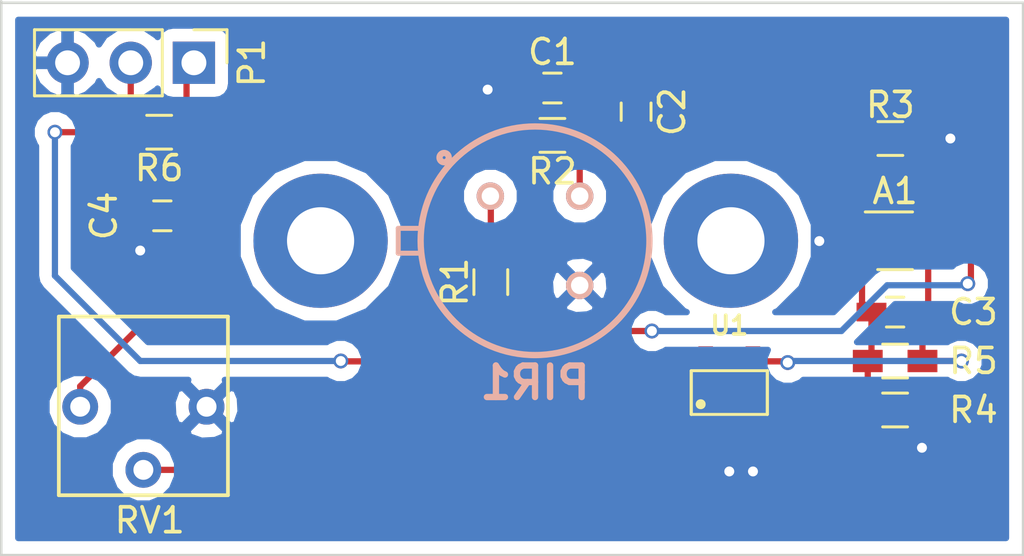
<source format=kicad_pcb>
(kicad_pcb (version 20170123) (host pcbnew "(2017-06-12 revision 19d5cc754)-master")

  (general
    (links 31)
    (no_connects 0)
    (area 136.5395 90.310499 178.294501 112.699001)
    (thickness 1.6)
    (drawings 4)
    (tracks 91)
    (zones 0)
    (modules 17)
    (nets 10)
  )

  (page A4)
  (layers
    (0 F.Cu signal)
    (31 B.Cu signal)
    (32 B.Adhes user hide)
    (33 F.Adhes user hide)
    (34 B.Paste user)
    (35 F.Paste user)
    (36 B.SilkS user)
    (37 F.SilkS user)
    (38 B.Mask user hide)
    (39 F.Mask user hide)
    (40 Dwgs.User user hide)
    (41 Cmts.User user hide)
    (42 Eco1.User user hide)
    (43 Eco2.User user hide)
    (44 Edge.Cuts user)
    (45 Margin user)
    (46 B.CrtYd user hide)
    (47 F.CrtYd user hide)
    (48 B.Fab user hide)
    (49 F.Fab user hide)
  )

  (setup
    (last_trace_width 0.25)
    (trace_clearance 0.2)
    (zone_clearance 0.508)
    (zone_45_only no)
    (trace_min 0.2)
    (segment_width 0.2)
    (edge_width 0.1)
    (via_size 0.6)
    (via_drill 0.4)
    (via_min_size 0.4)
    (via_min_drill 0.3)
    (uvia_size 0.3)
    (uvia_drill 0.1)
    (uvias_allowed no)
    (uvia_min_size 0.2)
    (uvia_min_drill 0.1)
    (pcb_text_width 0.3)
    (pcb_text_size 1.5 1.5)
    (mod_edge_width 0.15)
    (mod_text_size 1 1)
    (mod_text_width 0.15)
    (pad_size 1.5 1.5)
    (pad_drill 0.6)
    (pad_to_mask_clearance 0)
    (aux_axis_origin 0 0)
    (visible_elements 7FFFFFFF)
    (pcbplotparams
      (layerselection 0x010fc_ffffffff)
      (usegerberextensions false)
      (excludeedgelayer true)
      (linewidth 0.100000)
      (plotframeref false)
      (viasonmask false)
      (mode 1)
      (useauxorigin false)
      (hpglpennumber 1)
      (hpglpenspeed 20)
      (hpglpendiameter 15)
      (psnegative false)
      (psa4output false)
      (plotreference true)
      (plotvalue true)
      (plotinvisibletext false)
      (padsonsilk false)
      (subtractmaskfromsilk false)
      (outputformat 1)
      (mirror false)
      (drillshape 0)
      (scaleselection 1)
      (outputdirectory gerber/))
  )

  (net 0 "")
  (net 1 "Net-(A1-Pad1)")
  (net 2 GND)
  (net 3 "Net-(A1-Pad3)")
  (net 4 "Net-(A1-Pad4)")
  (net 5 "Net-(A1-Pad5)")
  (net 6 "Net-(C1-Pad1)")
  (net 7 "Net-(PIR1-Pad1)")
  (net 8 "Net-(RV1-Pad2)")
  (net 9 "Net-(P1-Pad2)")

  (net_class Default "Ceci est la Netclass par défaut"
    (clearance 0.2)
    (trace_width 0.25)
    (via_dia 0.6)
    (via_drill 0.4)
    (uvia_dia 0.3)
    (uvia_drill 0.1)
    (add_net GND)
    (add_net "Net-(A1-Pad1)")
    (add_net "Net-(A1-Pad3)")
    (add_net "Net-(A1-Pad4)")
    (add_net "Net-(A1-Pad5)")
    (add_net "Net-(C1-Pad1)")
    (add_net "Net-(P1-Pad2)")
    (add_net "Net-(PIR1-Pad1)")
    (add_net "Net-(RV1-Pad2)")
  )

  (module Mounting_Holes:MountingHole_2.7mm_M2.5_Pad (layer F.Cu) (tedit 5B13C9B4) (tstamp 5B13C90D)
    (at 166.5 100)
    (descr "Mounting Hole 2.7mm, M2.5")
    (tags "mounting hole 2.7mm m2.5")
    (attr virtual)
    (fp_text reference "" (at 0 -3.7) (layer F.SilkS)
      (effects (font (size 1 1) (thickness 0.15)))
    )
    (fp_text value "" (at 0 3.7) (layer F.Fab) hide
      (effects (font (size 1 1) (thickness 0.15)))
    )
    (fp_text user %R (at 0.3 0) (layer F.Fab)
      (effects (font (size 1 1) (thickness 0.15)))
    )
    (fp_circle (center 0 0) (end 2.7 0) (layer Cmts.User) (width 0.15))
    (fp_circle (center 0 0) (end 2.95 0) (layer F.CrtYd) (width 0.05))
    (pad 1 thru_hole circle (at 0 0) (size 5.4 5.4) (drill 2.7) (layers *.Cu *.Mask))
  )

  (module TO_SOT_Packages_SMD:SOT-363_SC-70-6_Handsoldering (layer F.Cu) (tedit 5B140A12) (tstamp 5B0D5C8C)
    (at 173.101 100)
    (descr "SOT-363, SC-70-6, Handsoldering")
    (tags "SOT-363 SC-70-6 Handsoldering")
    (path /5AF42494)
    (attr smd)
    (fp_text reference A1 (at 0 -2) (layer F.SilkS)
      (effects (font (size 1 1) (thickness 0.15)))
    )
    (fp_text value "" (at 0 2) (layer F.Fab)
      (effects (font (size 1 1) (thickness 0.15)))
    )
    (fp_text user %R (at 0 0 90) (layer F.Fab)
      (effects (font (size 0.5 0.5) (thickness 0.075)))
    )
    (fp_line (start -2.4 1.4) (end 2.4 1.4) (layer F.CrtYd) (width 0.05))
    (fp_line (start 0.7 -1.16) (end -1.2 -1.16) (layer F.SilkS) (width 0.12))
    (fp_line (start -0.7 1.16) (end 0.7 1.16) (layer F.SilkS) (width 0.12))
    (fp_line (start 2.4 1.4) (end 2.4 -1.4) (layer F.CrtYd) (width 0.05))
    (fp_line (start -2.4 -1.4) (end -2.4 1.4) (layer F.CrtYd) (width 0.05))
    (fp_line (start -2.4 -1.4) (end 2.4 -1.4) (layer F.CrtYd) (width 0.05))
    (fp_line (start 0.675 -1.1) (end -0.175 -1.1) (layer F.Fab) (width 0.1))
    (fp_line (start -0.675 -0.6) (end -0.675 1.1) (layer F.Fab) (width 0.1))
    (fp_line (start 0.675 -1.1) (end 0.675 1.1) (layer F.Fab) (width 0.1))
    (fp_line (start 0.675 1.1) (end -0.675 1.1) (layer F.Fab) (width 0.1))
    (fp_line (start -0.175 -1.1) (end -0.675 -0.6) (layer F.Fab) (width 0.1))
    (pad 1 smd rect (at -1.33 -0.65) (size 1.5 0.4) (layers F.Cu F.Paste F.Mask)
      (net 1 "Net-(A1-Pad1)"))
    (pad 2 smd rect (at -1.33 0) (size 1.5 0.4) (layers F.Cu F.Paste F.Mask)
      (net 2 GND))
    (pad 3 smd rect (at -1.33 0.65) (size 1.5 0.4) (layers F.Cu F.Paste F.Mask)
      (net 3 "Net-(A1-Pad3)"))
    (pad 4 smd rect (at 1.33 0.65) (size 1.5 0.4) (layers F.Cu F.Paste F.Mask)
      (net 4 "Net-(A1-Pad4)"))
    (pad 5 smd rect (at 1.33 0) (size 1.5 0.4) (layers F.Cu F.Paste F.Mask)
      (net 5 "Net-(A1-Pad5)"))
    (pad 6 smd rect (at 1.33 -0.65) (size 1.5 0.4) (layers F.Cu F.Paste F.Mask)
      (net 5 "Net-(A1-Pad5)"))
    (model ${KISYS3DMOD}/TO_SOT_Packages_SMD.3dshapes/SOT-363_SC-70-6.wrl
      (at (xyz 0 0 0))
      (scale (xyz 1 1 1))
      (rotate (xyz 0 0 0))
    )
  )

  (module Capacitors_SMD:C_0603_HandSoldering (layer F.Cu) (tedit 5B1409FE) (tstamp 5B0D5C9D)
    (at 159.3215 93.853 180)
    (descr "Capacitor SMD 0603, hand soldering")
    (tags "capacitor 0603")
    (path /5AF432B2)
    (attr smd)
    (fp_text reference C1 (at 0 1.45 180) (layer F.SilkS)
      (effects (font (size 1 1) (thickness 0.15)))
    )
    (fp_text value "" (at 0 1.5 180) (layer F.Fab)
      (effects (font (size 1 1) (thickness 0.15)))
    )
    (fp_text user %R (at 0 -1.25 180) (layer F.Fab)
      (effects (font (size 1 1) (thickness 0.15)))
    )
    (fp_line (start -0.8 0.4) (end -0.8 -0.4) (layer F.Fab) (width 0.1))
    (fp_line (start 0.8 0.4) (end -0.8 0.4) (layer F.Fab) (width 0.1))
    (fp_line (start 0.8 -0.4) (end 0.8 0.4) (layer F.Fab) (width 0.1))
    (fp_line (start -0.8 -0.4) (end 0.8 -0.4) (layer F.Fab) (width 0.1))
    (fp_line (start -0.35 -0.6) (end 0.35 -0.6) (layer F.SilkS) (width 0.12))
    (fp_line (start 0.35 0.6) (end -0.35 0.6) (layer F.SilkS) (width 0.12))
    (fp_line (start -1.8 -0.65) (end 1.8 -0.65) (layer F.CrtYd) (width 0.05))
    (fp_line (start -1.8 -0.65) (end -1.8 0.65) (layer F.CrtYd) (width 0.05))
    (fp_line (start 1.8 0.65) (end 1.8 -0.65) (layer F.CrtYd) (width 0.05))
    (fp_line (start 1.8 0.65) (end -1.8 0.65) (layer F.CrtYd) (width 0.05))
    (pad 1 smd rect (at -0.95 0 180) (size 1.2 0.75) (layers F.Cu F.Paste F.Mask)
      (net 6 "Net-(C1-Pad1)"))
    (pad 2 smd rect (at 0.95 0 180) (size 1.2 0.75) (layers F.Cu F.Paste F.Mask)
      (net 2 GND))
    (model Capacitors_SMD.3dshapes/C_0603.wrl
      (at (xyz 0 0 0))
      (scale (xyz 1 1 1))
      (rotate (xyz 0 0 0))
    )
  )

  (module Capacitors_SMD:C_0603_HandSoldering (layer F.Cu) (tedit 5B140A08) (tstamp 5B0D5CAE)
    (at 162.687 94.8055 270)
    (descr "Capacitor SMD 0603, hand soldering")
    (tags "capacitor 0603")
    (path /5AF432F7)
    (attr smd)
    (fp_text reference C2 (at 0 -1.45 270) (layer F.SilkS)
      (effects (font (size 1 1) (thickness 0.15)))
    )
    (fp_text value "" (at 0 1.5 270) (layer F.Fab)
      (effects (font (size 1 1) (thickness 0.15)))
    )
    (fp_text user %R (at 0 -1.25 270) (layer F.Fab)
      (effects (font (size 1 1) (thickness 0.15)))
    )
    (fp_line (start -0.8 0.4) (end -0.8 -0.4) (layer F.Fab) (width 0.1))
    (fp_line (start 0.8 0.4) (end -0.8 0.4) (layer F.Fab) (width 0.1))
    (fp_line (start 0.8 -0.4) (end 0.8 0.4) (layer F.Fab) (width 0.1))
    (fp_line (start -0.8 -0.4) (end 0.8 -0.4) (layer F.Fab) (width 0.1))
    (fp_line (start -0.35 -0.6) (end 0.35 -0.6) (layer F.SilkS) (width 0.12))
    (fp_line (start 0.35 0.6) (end -0.35 0.6) (layer F.SilkS) (width 0.12))
    (fp_line (start -1.8 -0.65) (end 1.8 -0.65) (layer F.CrtYd) (width 0.05))
    (fp_line (start -1.8 -0.65) (end -1.8 0.65) (layer F.CrtYd) (width 0.05))
    (fp_line (start 1.8 0.65) (end 1.8 -0.65) (layer F.CrtYd) (width 0.05))
    (fp_line (start 1.8 0.65) (end -1.8 0.65) (layer F.CrtYd) (width 0.05))
    (pad 1 smd rect (at -0.95 0 270) (size 1.2 0.75) (layers F.Cu F.Paste F.Mask)
      (net 1 "Net-(A1-Pad1)"))
    (pad 2 smd rect (at 0.95 0 270) (size 1.2 0.75) (layers F.Cu F.Paste F.Mask)
      (net 6 "Net-(C1-Pad1)"))
    (model Capacitors_SMD.3dshapes/C_0603.wrl
      (at (xyz 0 0 0))
      (scale (xyz 1 1 1))
      (rotate (xyz 0 0 0))
    )
  )

  (module Capacitors_SMD:C_0603_HandSoldering (layer F.Cu) (tedit 5B140A17) (tstamp 5B0D5CBF)
    (at 173.101 102.87 180)
    (descr "Capacitor SMD 0603, hand soldering")
    (tags "capacitor 0603")
    (path /5AF43320)
    (attr smd)
    (fp_text reference C3 (at -3.15 0 180) (layer F.SilkS)
      (effects (font (size 1 1) (thickness 0.15)))
    )
    (fp_text value "" (at 0 1.5 180) (layer F.Fab)
      (effects (font (size 1 1) (thickness 0.15)))
    )
    (fp_text user %R (at 0 -1.25 180) (layer F.Fab)
      (effects (font (size 1 1) (thickness 0.15)))
    )
    (fp_line (start -0.8 0.4) (end -0.8 -0.4) (layer F.Fab) (width 0.1))
    (fp_line (start 0.8 0.4) (end -0.8 0.4) (layer F.Fab) (width 0.1))
    (fp_line (start 0.8 -0.4) (end 0.8 0.4) (layer F.Fab) (width 0.1))
    (fp_line (start -0.8 -0.4) (end 0.8 -0.4) (layer F.Fab) (width 0.1))
    (fp_line (start -0.35 -0.6) (end 0.35 -0.6) (layer F.SilkS) (width 0.12))
    (fp_line (start 0.35 0.6) (end -0.35 0.6) (layer F.SilkS) (width 0.12))
    (fp_line (start -1.8 -0.65) (end 1.8 -0.65) (layer F.CrtYd) (width 0.05))
    (fp_line (start -1.8 -0.65) (end -1.8 0.65) (layer F.CrtYd) (width 0.05))
    (fp_line (start 1.8 0.65) (end 1.8 -0.65) (layer F.CrtYd) (width 0.05))
    (fp_line (start 1.8 0.65) (end -1.8 0.65) (layer F.CrtYd) (width 0.05))
    (pad 1 smd rect (at -0.95 0 180) (size 1.2 0.75) (layers F.Cu F.Paste F.Mask)
      (net 4 "Net-(A1-Pad4)"))
    (pad 2 smd rect (at 0.95 0 180) (size 1.2 0.75) (layers F.Cu F.Paste F.Mask)
      (net 3 "Net-(A1-Pad3)"))
    (model Capacitors_SMD.3dshapes/C_0603.wrl
      (at (xyz 0 0 0))
      (scale (xyz 1 1 1))
      (rotate (xyz 0 0 0))
    )
  )

  (module Capacitors_SMD:C_0603_HandSoldering (layer F.Cu) (tedit 5B1409F0) (tstamp 5B0D5CD0)
    (at 143.637 98.9965 180)
    (descr "Capacitor SMD 0603, hand soldering")
    (tags "capacitor 0603")
    (path /5AF829F5)
    (attr smd)
    (fp_text reference C4 (at 2.35 0 270) (layer F.SilkS)
      (effects (font (size 1 1) (thickness 0.15)))
    )
    (fp_text value "" (at 0 1.5 180) (layer F.Fab)
      (effects (font (size 1 1) (thickness 0.15)))
    )
    (fp_text user %R (at 0 -1.25 180) (layer F.Fab)
      (effects (font (size 1 1) (thickness 0.15)))
    )
    (fp_line (start -0.8 0.4) (end -0.8 -0.4) (layer F.Fab) (width 0.1))
    (fp_line (start 0.8 0.4) (end -0.8 0.4) (layer F.Fab) (width 0.1))
    (fp_line (start 0.8 -0.4) (end 0.8 0.4) (layer F.Fab) (width 0.1))
    (fp_line (start -0.8 -0.4) (end 0.8 -0.4) (layer F.Fab) (width 0.1))
    (fp_line (start -0.35 -0.6) (end 0.35 -0.6) (layer F.SilkS) (width 0.12))
    (fp_line (start 0.35 0.6) (end -0.35 0.6) (layer F.SilkS) (width 0.12))
    (fp_line (start -1.8 -0.65) (end 1.8 -0.65) (layer F.CrtYd) (width 0.05))
    (fp_line (start -1.8 -0.65) (end -1.8 0.65) (layer F.CrtYd) (width 0.05))
    (fp_line (start 1.8 0.65) (end 1.8 -0.65) (layer F.CrtYd) (width 0.05))
    (fp_line (start 1.8 0.65) (end -1.8 0.65) (layer F.CrtYd) (width 0.05))
    (pad 1 smd rect (at -0.95 0 180) (size 1.2 0.75) (layers F.Cu F.Paste F.Mask)
      (net 5 "Net-(A1-Pad5)"))
    (pad 2 smd rect (at 0.95 0 180) (size 1.2 0.75) (layers F.Cu F.Paste F.Mask)
      (net 2 GND))
    (model Capacitors_SMD.3dshapes/C_0603.wrl
      (at (xyz 0 0 0))
      (scale (xyz 1 1 1))
      (rotate (xyz 0 0 0))
    )
  )

  (module IRA:IRA-S210ST01 (layer B.Cu) (tedit 5B140A3C) (tstamp 5B0D5CF8)
    (at 158.623 100)
    (descr IRA-S210ST01)
    (tags "Integrated Circuit")
    (path /5AF4575E)
    (fp_text reference PIR1 (at 0 5.715) (layer B.SilkS)
      (effects (font (size 1.27 1.27) (thickness 0.254)) (justify mirror))
    )
    (fp_text value "" (at 0 5.715) (layer B.SilkS)
      (effects (font (size 1.27 1.27) (thickness 0.254)) (justify mirror))
    )
    (fp_line (start -4.664 0.5) (end -5.5 0.5) (layer Dwgs.User) (width 0.2))
    (fp_line (start -5.5 0.5) (end -5.5 -0.5) (layer Dwgs.User) (width 0.2))
    (fp_line (start -5.5 -0.5) (end -4.649 -0.5) (layer Dwgs.User) (width 0.2))
    (fp_line (start -4.664 0.5) (end -5.5 0.5) (layer B.SilkS) (width 0.2))
    (fp_line (start -5.5 0.5) (end -5.5 -0.5) (layer B.SilkS) (width 0.2))
    (fp_line (start -5.5 -0.5) (end -4.649 -0.5) (layer B.SilkS) (width 0.2))
    (fp_circle (center 0 0) (end 4.6 0) (layer Dwgs.User) (width 0.254))
    (fp_circle (center 0 0) (end 4.6 0) (layer B.SilkS) (width 0.254))
    (fp_circle (center -3.655 -3.347) (end -3.714 -3.347) (layer B.SilkS) (width 0.254))
    (pad 1 thru_hole circle (at -1.79605 -1.79605 270) (size 1.1 1.1) (drill 0.7) (layers *.Cu *.Mask B.SilkS)
      (net 7 "Net-(PIR1-Pad1)"))
    (pad 2 thru_hole circle (at 1.79605 -1.79605 270) (size 1.1 1.1) (drill 0.7) (layers *.Cu *.Mask B.SilkS)
      (net 6 "Net-(C1-Pad1)"))
    (pad 3 thru_hole circle (at 1.79605 1.79605 270) (size 1.1 1.1) (drill 0.7) (layers *.Cu *.Mask B.SilkS)
      (net 2 GND))
  )

  (module Resistors_SMD:R_0603_HandSoldering (layer F.Cu) (tedit 5B140A2D) (tstamp 5B0D5D09)
    (at 156.845 101.6635 90)
    (descr "Resistor SMD 0603, hand soldering")
    (tags "resistor 0603")
    (path /5AF4311F)
    (attr smd)
    (fp_text reference R1 (at 0 -1.45 90) (layer F.SilkS)
      (effects (font (size 1 1) (thickness 0.15)))
    )
    (fp_text value "" (at 0 1.55 90) (layer F.Fab)
      (effects (font (size 1 1) (thickness 0.15)))
    )
    (fp_text user %R (at 0 0 90) (layer F.Fab)
      (effects (font (size 0.4 0.4) (thickness 0.075)))
    )
    (fp_line (start -0.8 0.4) (end -0.8 -0.4) (layer F.Fab) (width 0.1))
    (fp_line (start 0.8 0.4) (end -0.8 0.4) (layer F.Fab) (width 0.1))
    (fp_line (start 0.8 -0.4) (end 0.8 0.4) (layer F.Fab) (width 0.1))
    (fp_line (start -0.8 -0.4) (end 0.8 -0.4) (layer F.Fab) (width 0.1))
    (fp_line (start 0.5 0.68) (end -0.5 0.68) (layer F.SilkS) (width 0.12))
    (fp_line (start -0.5 -0.68) (end 0.5 -0.68) (layer F.SilkS) (width 0.12))
    (fp_line (start -1.96 -0.7) (end 1.95 -0.7) (layer F.CrtYd) (width 0.05))
    (fp_line (start -1.96 -0.7) (end -1.96 0.7) (layer F.CrtYd) (width 0.05))
    (fp_line (start 1.95 0.7) (end 1.95 -0.7) (layer F.CrtYd) (width 0.05))
    (fp_line (start 1.95 0.7) (end -1.96 0.7) (layer F.CrtYd) (width 0.05))
    (pad 1 smd rect (at -1.1 0 90) (size 1.2 0.9) (layers F.Cu F.Paste F.Mask)
      (net 5 "Net-(A1-Pad5)"))
    (pad 2 smd rect (at 1.1 0 90) (size 1.2 0.9) (layers F.Cu F.Paste F.Mask)
      (net 7 "Net-(PIR1-Pad1)"))
    (model ${KISYS3DMOD}/Resistors_SMD.3dshapes/R_0603.wrl
      (at (xyz 0 0 0))
      (scale (xyz 1 1 1))
      (rotate (xyz 0 0 0))
    )
  )

  (module Resistors_SMD:R_0603_HandSoldering (layer F.Cu) (tedit 5B140A03) (tstamp 5B0D5D1A)
    (at 159.3215 95.758 180)
    (descr "Resistor SMD 0603, hand soldering")
    (tags "resistor 0603")
    (path /5AF43204)
    (attr smd)
    (fp_text reference R2 (at 0 -1.45 180) (layer F.SilkS)
      (effects (font (size 1 1) (thickness 0.15)))
    )
    (fp_text value "" (at 0 1.55 180) (layer F.Fab)
      (effects (font (size 1 1) (thickness 0.15)))
    )
    (fp_text user %R (at 0 0 180) (layer F.Fab)
      (effects (font (size 0.4 0.4) (thickness 0.075)))
    )
    (fp_line (start -0.8 0.4) (end -0.8 -0.4) (layer F.Fab) (width 0.1))
    (fp_line (start 0.8 0.4) (end -0.8 0.4) (layer F.Fab) (width 0.1))
    (fp_line (start 0.8 -0.4) (end 0.8 0.4) (layer F.Fab) (width 0.1))
    (fp_line (start -0.8 -0.4) (end 0.8 -0.4) (layer F.Fab) (width 0.1))
    (fp_line (start 0.5 0.68) (end -0.5 0.68) (layer F.SilkS) (width 0.12))
    (fp_line (start -0.5 -0.68) (end 0.5 -0.68) (layer F.SilkS) (width 0.12))
    (fp_line (start -1.96 -0.7) (end 1.95 -0.7) (layer F.CrtYd) (width 0.05))
    (fp_line (start -1.96 -0.7) (end -1.96 0.7) (layer F.CrtYd) (width 0.05))
    (fp_line (start 1.95 0.7) (end 1.95 -0.7) (layer F.CrtYd) (width 0.05))
    (fp_line (start 1.95 0.7) (end -1.96 0.7) (layer F.CrtYd) (width 0.05))
    (pad 1 smd rect (at -1.1 0 180) (size 1.2 0.9) (layers F.Cu F.Paste F.Mask)
      (net 6 "Net-(C1-Pad1)"))
    (pad 2 smd rect (at 1.1 0 180) (size 1.2 0.9) (layers F.Cu F.Paste F.Mask)
      (net 2 GND))
    (model ${KISYS3DMOD}/Resistors_SMD.3dshapes/R_0603.wrl
      (at (xyz 0 0 0))
      (scale (xyz 1 1 1))
      (rotate (xyz 0 0 0))
    )
  )

  (module Resistors_SMD:R_0603_HandSoldering (layer F.Cu) (tedit 5B140A0D) (tstamp 5B0D5D2B)
    (at 172.9105 95.885)
    (descr "Resistor SMD 0603, hand soldering")
    (tags "resistor 0603")
    (path /5AF4322F)
    (attr smd)
    (fp_text reference R3 (at 0 -1.35) (layer F.SilkS)
      (effects (font (size 1 1) (thickness 0.15)))
    )
    (fp_text value "" (at 0 1.55) (layer F.Fab)
      (effects (font (size 1 1) (thickness 0.15)))
    )
    (fp_text user %R (at 0 0) (layer F.Fab)
      (effects (font (size 0.4 0.4) (thickness 0.075)))
    )
    (fp_line (start -0.8 0.4) (end -0.8 -0.4) (layer F.Fab) (width 0.1))
    (fp_line (start 0.8 0.4) (end -0.8 0.4) (layer F.Fab) (width 0.1))
    (fp_line (start 0.8 -0.4) (end 0.8 0.4) (layer F.Fab) (width 0.1))
    (fp_line (start -0.8 -0.4) (end 0.8 -0.4) (layer F.Fab) (width 0.1))
    (fp_line (start 0.5 0.68) (end -0.5 0.68) (layer F.SilkS) (width 0.12))
    (fp_line (start -0.5 -0.68) (end 0.5 -0.68) (layer F.SilkS) (width 0.12))
    (fp_line (start -1.96 -0.7) (end 1.95 -0.7) (layer F.CrtYd) (width 0.05))
    (fp_line (start -1.96 -0.7) (end -1.96 0.7) (layer F.CrtYd) (width 0.05))
    (fp_line (start 1.95 0.7) (end 1.95 -0.7) (layer F.CrtYd) (width 0.05))
    (fp_line (start 1.95 0.7) (end -1.96 0.7) (layer F.CrtYd) (width 0.05))
    (pad 1 smd rect (at -1.1 0) (size 1.2 0.9) (layers F.Cu F.Paste F.Mask)
      (net 1 "Net-(A1-Pad1)"))
    (pad 2 smd rect (at 1.1 0) (size 1.2 0.9) (layers F.Cu F.Paste F.Mask)
      (net 2 GND))
    (model ${KISYS3DMOD}/Resistors_SMD.3dshapes/R_0603.wrl
      (at (xyz 0 0 0))
      (scale (xyz 1 1 1))
      (rotate (xyz 0 0 0))
    )
  )

  (module Resistors_SMD:R_0603_HandSoldering (layer F.Cu) (tedit 5B140A22) (tstamp 5B0D5D3C)
    (at 173.101 106.81)
    (descr "Resistor SMD 0603, hand soldering")
    (tags "resistor 0603")
    (path /5AF4328D)
    (attr smd)
    (fp_text reference R4 (at 3.15 0) (layer F.SilkS)
      (effects (font (size 1 1) (thickness 0.15)))
    )
    (fp_text value "" (at 0 1.55) (layer F.Fab)
      (effects (font (size 1 1) (thickness 0.15)))
    )
    (fp_text user %R (at 0 0) (layer F.Fab)
      (effects (font (size 0.4 0.4) (thickness 0.075)))
    )
    (fp_line (start -0.8 0.4) (end -0.8 -0.4) (layer F.Fab) (width 0.1))
    (fp_line (start 0.8 0.4) (end -0.8 0.4) (layer F.Fab) (width 0.1))
    (fp_line (start 0.8 -0.4) (end 0.8 0.4) (layer F.Fab) (width 0.1))
    (fp_line (start -0.8 -0.4) (end 0.8 -0.4) (layer F.Fab) (width 0.1))
    (fp_line (start 0.5 0.68) (end -0.5 0.68) (layer F.SilkS) (width 0.12))
    (fp_line (start -0.5 -0.68) (end 0.5 -0.68) (layer F.SilkS) (width 0.12))
    (fp_line (start -1.96 -0.7) (end 1.95 -0.7) (layer F.CrtYd) (width 0.05))
    (fp_line (start -1.96 -0.7) (end -1.96 0.7) (layer F.CrtYd) (width 0.05))
    (fp_line (start 1.95 0.7) (end 1.95 -0.7) (layer F.CrtYd) (width 0.05))
    (fp_line (start 1.95 0.7) (end -1.96 0.7) (layer F.CrtYd) (width 0.05))
    (pad 1 smd rect (at -1.1 0) (size 1.2 0.9) (layers F.Cu F.Paste F.Mask)
      (net 3 "Net-(A1-Pad3)"))
    (pad 2 smd rect (at 1.1 0) (size 1.2 0.9) (layers F.Cu F.Paste F.Mask)
      (net 2 GND))
    (model ${KISYS3DMOD}/Resistors_SMD.3dshapes/R_0603.wrl
      (at (xyz 0 0 0))
      (scale (xyz 1 1 1))
      (rotate (xyz 0 0 0))
    )
  )

  (module Resistors_SMD:R_0603_HandSoldering (layer F.Cu) (tedit 5B140A1D) (tstamp 5B0D5D4D)
    (at 173.101 104.84 180)
    (descr "Resistor SMD 0603, hand soldering")
    (tags "resistor 0603")
    (path /5AF4326A)
    (attr smd)
    (fp_text reference R5 (at -3.15 0 180) (layer F.SilkS)
      (effects (font (size 1 1) (thickness 0.15)))
    )
    (fp_text value "" (at 0 1.55 180) (layer F.Fab)
      (effects (font (size 1 1) (thickness 0.15)))
    )
    (fp_text user %R (at 0 0 180) (layer F.Fab)
      (effects (font (size 0.4 0.4) (thickness 0.075)))
    )
    (fp_line (start -0.8 0.4) (end -0.8 -0.4) (layer F.Fab) (width 0.1))
    (fp_line (start 0.8 0.4) (end -0.8 0.4) (layer F.Fab) (width 0.1))
    (fp_line (start 0.8 -0.4) (end 0.8 0.4) (layer F.Fab) (width 0.1))
    (fp_line (start -0.8 -0.4) (end 0.8 -0.4) (layer F.Fab) (width 0.1))
    (fp_line (start 0.5 0.68) (end -0.5 0.68) (layer F.SilkS) (width 0.12))
    (fp_line (start -0.5 -0.68) (end 0.5 -0.68) (layer F.SilkS) (width 0.12))
    (fp_line (start -1.96 -0.7) (end 1.95 -0.7) (layer F.CrtYd) (width 0.05))
    (fp_line (start -1.96 -0.7) (end -1.96 0.7) (layer F.CrtYd) (width 0.05))
    (fp_line (start 1.95 0.7) (end 1.95 -0.7) (layer F.CrtYd) (width 0.05))
    (fp_line (start 1.95 0.7) (end -1.96 0.7) (layer F.CrtYd) (width 0.05))
    (pad 1 smd rect (at -1.1 0 180) (size 1.2 0.9) (layers F.Cu F.Paste F.Mask)
      (net 4 "Net-(A1-Pad4)"))
    (pad 2 smd rect (at 1.1 0 180) (size 1.2 0.9) (layers F.Cu F.Paste F.Mask)
      (net 3 "Net-(A1-Pad3)"))
    (model ${KISYS3DMOD}/Resistors_SMD.3dshapes/R_0603.wrl
      (at (xyz 0 0 0))
      (scale (xyz 1 1 1))
      (rotate (xyz 0 0 0))
    )
  )

  (module Resistors_SMD:R_0603_HandSoldering (layer F.Cu) (tedit 5B1409EB) (tstamp 5B0D5D5E)
    (at 143.51 95.631 180)
    (descr "Resistor SMD 0603, hand soldering")
    (tags "resistor 0603")
    (path /5B054A3A)
    (attr smd)
    (fp_text reference R6 (at 0 -1.45 180) (layer F.SilkS)
      (effects (font (size 1 1) (thickness 0.15)))
    )
    (fp_text value "" (at 0 1.55 180) (layer F.Fab)
      (effects (font (size 1 1) (thickness 0.15)))
    )
    (fp_text user %R (at 0 0 180) (layer F.Fab)
      (effects (font (size 0.4 0.4) (thickness 0.075)))
    )
    (fp_line (start -0.8 0.4) (end -0.8 -0.4) (layer F.Fab) (width 0.1))
    (fp_line (start 0.8 0.4) (end -0.8 0.4) (layer F.Fab) (width 0.1))
    (fp_line (start 0.8 -0.4) (end 0.8 0.4) (layer F.Fab) (width 0.1))
    (fp_line (start -0.8 -0.4) (end 0.8 -0.4) (layer F.Fab) (width 0.1))
    (fp_line (start 0.5 0.68) (end -0.5 0.68) (layer F.SilkS) (width 0.12))
    (fp_line (start -0.5 -0.68) (end 0.5 -0.68) (layer F.SilkS) (width 0.12))
    (fp_line (start -1.96 -0.7) (end 1.95 -0.7) (layer F.CrtYd) (width 0.05))
    (fp_line (start -1.96 -0.7) (end -1.96 0.7) (layer F.CrtYd) (width 0.05))
    (fp_line (start 1.95 0.7) (end 1.95 -0.7) (layer F.CrtYd) (width 0.05))
    (fp_line (start 1.95 0.7) (end -1.96 0.7) (layer F.CrtYd) (width 0.05))
    (pad 1 smd rect (at -1.1 0 180) (size 1.2 0.9) (layers F.Cu F.Paste F.Mask)
      (net 5 "Net-(A1-Pad5)"))
    (pad 2 smd rect (at 1.1 0 180) (size 1.2 0.9) (layers F.Cu F.Paste F.Mask)
      (net 9 "Net-(P1-Pad2)"))
    (model ${KISYS3DMOD}/Resistors_SMD.3dshapes/R_0603.wrl
      (at (xyz 0 0 0))
      (scale (xyz 1 1 1))
      (rotate (xyz 0 0 0))
    )
  )

  (module MAX:MAX9061 (layer F.Cu) (tedit 5B140DE9) (tstamp 5B0D5D87)
    (at 166.4335 106.1085 90)
    (descr "Small Outline Transistor (SOT23), 0.95 mm pitch; 5 pin, 2.90 mm L X 1.60 mm W X 1.45 mm H body<p><i>PCB Libraries Packages</i>")
    (path /5AF425F7)
    (attr smd)
    (fp_text reference U1 (at 2.7 0 180) (layer F.SilkS)
      (effects (font (size 0.75 0.75) (thickness 0.15)))
    )
    (fp_text value "" (at 0.46119 3.21834 90) (layer F.SilkS)
      (effects (font (size 0.947333 0.947333) (thickness 0.05)))
    )
    (fp_line (start -0.88 1.53) (end -0.88 -1.53) (layer F.SilkS) (width 0.12))
    (fp_line (start -0.88 -1.53) (end 0.88 -1.53) (layer F.SilkS) (width 0.12))
    (fp_line (start 0.88 -1.53) (end 0.88 1.53) (layer F.SilkS) (width 0.12))
    (fp_line (start -0.875 -1.53) (end 0.875 -1.53) (layer F.SilkS) (width 0.12))
    (fp_line (start -0.875 1.53) (end 0.875 1.53) (layer F.SilkS) (width 0.12))
    (fp_line (start -0.88 1.53) (end 0.88 1.53) (layer F.SilkS) (width 0.12))
    (fp_circle (center -0.47 -1.15) (end -0.37 -1.15) (layer F.SilkS) (width 0.2))
    (pad 1 smd rect (at -1.255 -0.95 270) (size 1.21 0.59) (layers F.Cu F.Paste F.Mask)
      (net 8 "Net-(RV1-Pad2)"))
    (pad 2 smd rect (at -1.255 0 270) (size 1.21 0.59) (layers F.Cu F.Paste F.Mask)
      (net 2 GND))
    (pad 3 smd rect (at -1.255 0.95 270) (size 1.21 0.59) (layers F.Cu F.Paste F.Mask)
      (net 2 GND))
    (pad 4 smd rect (at 1.255 0.95 90) (size 1.21 0.59) (layers F.Cu F.Paste F.Mask)
      (net 4 "Net-(A1-Pad4)"))
    (pad 5 smd rect (at 1.255 -0.95 90) (size 1.21 0.59) (layers F.Cu F.Paste F.Mask)
      (net 9 "Net-(P1-Pad2)"))
  )

  (module Mounting_Holes:MountingHole_2.7mm_M2.5_Pad (layer F.Cu) (tedit 5B13C9B9) (tstamp 5B13C8D2)
    (at 150 100)
    (descr "Mounting Hole 2.7mm, M2.5")
    (tags "mounting hole 2.7mm m2.5")
    (attr virtual)
    (fp_text reference "" (at 0 -3.7) (layer F.SilkS)
      (effects (font (size 1 1) (thickness 0.15)))
    )
    (fp_text value "" (at 0 3.7) (layer F.Fab) hide
      (effects (font (size 1 1) (thickness 0.15)))
    )
    (fp_text user %R (at 0.3 0) (layer F.Fab)
      (effects (font (size 1 1) (thickness 0.15)))
    )
    (fp_circle (center 0 0) (end 2.7 0) (layer Cmts.User) (width 0.15))
    (fp_circle (center 0 0) (end 2.95 0) (layer F.CrtYd) (width 0.05))
    (pad 1 thru_hole circle (at 0 0) (size 5.4 5.4) (drill 2.7) (layers *.Cu *.Mask))
  )

  (module Pin_Headers:Pin_Header_Straight_1x03_Pitch2.54mm (layer F.Cu) (tedit 5B1409F7) (tstamp 5B13EDD1)
    (at 144.907 92.837 270)
    (descr "Through hole straight pin header, 1x03, 2.54mm pitch, single row")
    (tags "Through hole pin header THT 1x03 2.54mm single row")
    (path /5AF45097)
    (fp_text reference P1 (at 0 -2.33 270) (layer F.SilkS)
      (effects (font (size 1 1) (thickness 0.15)))
    )
    (fp_text value "" (at 0 7.41 270) (layer F.Fab)
      (effects (font (size 1 1) (thickness 0.15)))
    )
    (fp_line (start -0.635 -1.27) (end 1.27 -1.27) (layer F.Fab) (width 0.1))
    (fp_line (start 1.27 -1.27) (end 1.27 6.35) (layer F.Fab) (width 0.1))
    (fp_line (start 1.27 6.35) (end -1.27 6.35) (layer F.Fab) (width 0.1))
    (fp_line (start -1.27 6.35) (end -1.27 -0.635) (layer F.Fab) (width 0.1))
    (fp_line (start -1.27 -0.635) (end -0.635 -1.27) (layer F.Fab) (width 0.1))
    (fp_line (start -1.33 6.41) (end 1.33 6.41) (layer F.SilkS) (width 0.12))
    (fp_line (start -1.33 1.27) (end -1.33 6.41) (layer F.SilkS) (width 0.12))
    (fp_line (start 1.33 1.27) (end 1.33 6.41) (layer F.SilkS) (width 0.12))
    (fp_line (start -1.33 1.27) (end 1.33 1.27) (layer F.SilkS) (width 0.12))
    (fp_line (start -1.33 0) (end -1.33 -1.33) (layer F.SilkS) (width 0.12))
    (fp_line (start -1.33 -1.33) (end 0 -1.33) (layer F.SilkS) (width 0.12))
    (fp_line (start -1.8 -1.8) (end -1.8 6.85) (layer F.CrtYd) (width 0.05))
    (fp_line (start -1.8 6.85) (end 1.8 6.85) (layer F.CrtYd) (width 0.05))
    (fp_line (start 1.8 6.85) (end 1.8 -1.8) (layer F.CrtYd) (width 0.05))
    (fp_line (start 1.8 -1.8) (end -1.8 -1.8) (layer F.CrtYd) (width 0.05))
    (fp_text user %R (at 0 2.54) (layer F.Fab)
      (effects (font (size 1 1) (thickness 0.15)))
    )
    (pad 1 thru_hole rect (at 0 0 270) (size 1.7 1.7) (drill 1) (layers *.Cu *.Mask)
      (net 5 "Net-(A1-Pad5)"))
    (pad 2 thru_hole oval (at 0 2.54 270) (size 1.7 1.7) (drill 1) (layers *.Cu *.Mask)
      (net 9 "Net-(P1-Pad2)"))
    (pad 3 thru_hole oval (at 0 5.08 270) (size 1.7 1.7) (drill 1) (layers *.Cu *.Mask)
      (net 2 GND))
    (model ${KISYS3DMOD}/Pin_Headers.3dshapes/Pin_Header_Straight_1x03_Pitch2.54mm.wrl
      (at (xyz 0 0 0))
      (scale (xyz 1 1 1))
      (rotate (xyz 0 0 0))
    )
  )

  (module LTC:Pot (layer F.Cu) (tedit 5B140A42) (tstamp 5B13EDD7)
    (at 140.335 106.68)
    (path /5AF4565E)
    (fp_text reference RV1 (at 2.794 4.572) (layer F.SilkS)
      (effects (font (size 1 1) (thickness 0.15)))
    )
    (fp_text value "" (at 2.413 -4.445) (layer F.Fab)
      (effects (font (size 1 1) (thickness 0.15)))
    )
    (fp_line (start -0.86 -3.63) (end 5.94 -3.63) (layer F.SilkS) (width 0.15))
    (fp_line (start 5.94 -3.63) (end 5.94 3.56) (layer F.SilkS) (width 0.15))
    (fp_line (start 5.94 3.56) (end -0.86 3.56) (layer F.SilkS) (width 0.15))
    (fp_line (start -0.86 3.56) (end -0.86 -3.63) (layer F.SilkS) (width 0.15))
    (pad 2 thru_hole circle (at 2.54 2.54) (size 1.44 1.44) (drill 0.8) (layers *.Cu *.Mask)
      (net 8 "Net-(RV1-Pad2)"))
    (pad 3 thru_hole circle (at 5.08 0) (size 1.44 1.44) (drill 0.8) (layers *.Cu *.Mask)
      (net 2 GND))
    (pad 1 thru_hole circle (at 0 0) (size 1.44 1.44) (drill 0.8) (layers *.Cu *.Mask)
      (net 5 "Net-(A1-Pad5)"))
  )

  (gr_line (start 137.16 112.649) (end 137.16 90.3605) (angle 90) (layer Edge.Cuts) (width 0.1))
  (gr_line (start 178.2445 112.649) (end 137.16 112.649) (angle 90) (layer Edge.Cuts) (width 0.1))
  (gr_line (start 178.2445 90.424) (end 178.2445 112.649) (angle 90) (layer Edge.Cuts) (width 0.1))
  (gr_line (start 137.2235 90.424) (end 178.2445 90.424) (angle 90) (layer Edge.Cuts) (width 0.1))

  (segment (start 171.8105 95.885) (end 171.8105 99.3105) (width 0.25) (layer F.Cu) (net 1))
  (segment (start 171.8105 99.3105) (end 171.771 99.35) (width 0.25) (layer F.Cu) (net 1) (tstamp 5B13D263))
  (segment (start 162.687 93.8555) (end 169.781 93.8555) (width 0.25) (layer F.Cu) (net 1))
  (segment (start 169.781 93.8555) (end 171.8105 95.885) (width 0.25) (layer F.Cu) (net 1) (tstamp 5B13D25F))
  (segment (start 166.4335 107.3635) (end 166.4335 109.2835) (width 0.25) (layer F.Cu) (net 2))
  (via (at 166.4335 109.2835) (size 0.6) (drill 0.4) (layers F.Cu B.Cu) (net 2))
  (segment (start 167.3835 107.3635) (end 167.3835 109.281) (width 0.25) (layer F.Cu) (net 2))
  (via (at 167.386 109.2835) (size 0.6) (drill 0.4) (layers F.Cu B.Cu) (net 2))
  (segment (start 167.3835 109.281) (end 167.386 109.2835) (width 0.25) (layer F.Cu) (net 2) (tstamp 5B140BB8))
  (segment (start 142.687 98.9965) (end 142.687 100.3325) (width 0.25) (layer F.Cu) (net 2))
  (segment (start 142.748 100.3935) (end 142.6845 100.3935) (width 0.25) (layer B.Cu) (net 2) (tstamp 5B140B77))
  (via (at 142.748 100.3935) (size 0.6) (drill 0.4) (layers F.Cu B.Cu) (net 2))
  (segment (start 142.687 100.3325) (end 142.748 100.3935) (width 0.25) (layer F.Cu) (net 2) (tstamp 5B140B74))
  (segment (start 174.0105 95.885) (end 175.3235 95.885) (width 0.25) (layer F.Cu) (net 2))
  (via (at 175.3235 95.885) (size 0.6) (drill 0.4) (layers F.Cu B.Cu) (net 2))
  (segment (start 171.771 100) (end 170.0655 100) (width 0.25) (layer F.Cu) (net 2))
  (via (at 170.053 100.0125) (size 0.6) (drill 0.4) (layers F.Cu B.Cu) (net 2))
  (segment (start 170.0655 100) (end 170.053 100.0125) (width 0.25) (layer F.Cu) (net 2) (tstamp 5B13D3D7))
  (segment (start 174.201 106.81) (end 174.201 108.3105) (width 0.25) (layer F.Cu) (net 2))
  (via (at 174.1805 108.331) (size 0.6) (drill 0.4) (layers F.Cu B.Cu) (net 2))
  (segment (start 174.201 108.3105) (end 174.1805 108.331) (width 0.25) (layer F.Cu) (net 2) (tstamp 5B13D3CA))
  (segment (start 158.3715 93.853) (end 156.7815 93.853) (width 0.25) (layer F.Cu) (net 2))
  (segment (start 156.718 93.9165) (end 156.718 93.853) (width 0.25) (layer B.Cu) (net 2) (tstamp 5B13D3A3))
  (via (at 156.718 93.9165) (size 0.6) (drill 0.4) (layers F.Cu B.Cu) (net 2))
  (segment (start 156.7815 93.853) (end 156.718 93.9165) (width 0.25) (layer F.Cu) (net 2) (tstamp 5B13D39E))
  (segment (start 158.2215 95.758) (end 158.2215 94.003) (width 0.25) (layer F.Cu) (net 2))
  (segment (start 158.2215 94.003) (end 158.3715 93.853) (width 0.25) (layer F.Cu) (net 2) (tstamp 5B13D399))
  (segment (start 172.001 104.84) (end 172.001 106.81) (width 0.25) (layer F.Cu) (net 3))
  (segment (start 172.151 102.87) (end 172.151 104.69) (width 0.25) (layer F.Cu) (net 3))
  (segment (start 172.151 104.69) (end 172.001 104.84) (width 0.25) (layer F.Cu) (net 3) (tstamp 5B13D56C))
  (segment (start 171.771 100.65) (end 171.771 102.49) (width 0.25) (layer F.Cu) (net 3))
  (segment (start 171.771 102.49) (end 172.001 102.72) (width 0.25) (layer F.Cu) (net 3) (tstamp 5B13D266))
  (segment (start 167.3835 104.8535) (end 168.7345 104.8535) (width 0.25) (layer F.Cu) (net 4))
  (segment (start 175.7665 104.84) (end 174.201 104.84) (width 0.25) (layer F.Cu) (net 4) (tstamp 5B13D287))
  (segment (start 175.768 104.8385) (end 175.7665 104.84) (width 0.25) (layer F.Cu) (net 4) (tstamp 5B13D286))
  (via (at 175.768 104.8385) (size 0.6) (drill 0.4) (layers F.Cu B.Cu) (net 4))
  (segment (start 168.8465 104.8385) (end 175.768 104.8385) (width 0.25) (layer B.Cu) (net 4) (tstamp 5B13D283))
  (segment (start 168.783 104.902) (end 168.8465 104.8385) (width 0.25) (layer B.Cu) (net 4) (tstamp 5B13D282))
  (via (at 168.783 104.902) (size 0.6) (drill 0.4) (layers F.Cu B.Cu) (net 4))
  (segment (start 168.7345 104.8535) (end 168.783 104.902) (width 0.25) (layer F.Cu) (net 4) (tstamp 5B13D280))
  (segment (start 174.431 100.65) (end 174.431 102.49) (width 0.25) (layer F.Cu) (net 4))
  (segment (start 174.431 102.49) (end 174.201 102.72) (width 0.25) (layer F.Cu) (net 4) (tstamp 5B13D26A))
  (segment (start 174.201 102.72) (end 174.201 104.84) (width 0.25) (layer F.Cu) (net 4) (tstamp 5B13D26B))
  (segment (start 174.431 99.35) (end 175.677 99.35) (width 0.25) (layer F.Cu) (net 5))
  (segment (start 176.149 99.822) (end 176.149 100.3935) (width 0.25) (layer F.Cu) (net 5) (tstamp 5B140B34))
  (segment (start 175.677 99.35) (end 176.149 99.822) (width 0.25) (layer F.Cu) (net 5) (tstamp 5B140B33))
  (segment (start 156.845 102.7635) (end 156.845 103.3145) (width 0.25) (layer F.Cu) (net 5))
  (segment (start 156.845 103.3145) (end 157.1625 103.632) (width 0.25) (layer F.Cu) (net 5) (tstamp 5B140B1C))
  (segment (start 175.7555 100) (end 174.431 100) (width 0.25) (layer F.Cu) (net 5) (tstamp 5B140B29))
  (segment (start 176.149 100.3935) (end 176.0855 100.33) (width 0.25) (layer F.Cu) (net 5) (tstamp 5B140B28))
  (segment (start 176.0855 100.33) (end 175.7555 100) (width 0.25) (layer F.Cu) (net 5) (tstamp 5B140B30))
  (segment (start 176.149 101.6) (end 176.149 100.3935) (width 0.25) (layer F.Cu) (net 5) (tstamp 5B140B27))
  (segment (start 176.022 101.727) (end 176.149 101.6) (width 0.25) (layer F.Cu) (net 5) (tstamp 5B140B26))
  (via (at 176.022 101.727) (size 0.6) (drill 0.4) (layers F.Cu B.Cu) (net 5))
  (segment (start 175.9585 101.7905) (end 176.022 101.727) (width 0.25) (layer B.Cu) (net 5) (tstamp 5B140B23))
  (segment (start 172.7835 101.7905) (end 175.9585 101.7905) (width 0.25) (layer B.Cu) (net 5) (tstamp 5B140B21))
  (segment (start 170.942 103.632) (end 172.7835 101.7905) (width 0.25) (layer B.Cu) (net 5) (tstamp 5B140B20))
  (segment (start 163.322 103.632) (end 170.942 103.632) (width 0.25) (layer B.Cu) (net 5) (tstamp 5B140B1F))
  (via (at 163.322 103.632) (size 0.6) (drill 0.4) (layers F.Cu B.Cu) (net 5))
  (segment (start 157.1625 103.632) (end 163.322 103.632) (width 0.25) (layer F.Cu) (net 5) (tstamp 5B140B1D))
  (segment (start 156.845 102.7635) (end 153.7765 102.7635) (width 0.25) (layer F.Cu) (net 5))
  (segment (start 146.812 103.759) (end 144.587 101.534) (width 0.25) (layer F.Cu) (net 5) (tstamp 5B140B13))
  (segment (start 152.781 103.759) (end 146.812 103.759) (width 0.25) (layer F.Cu) (net 5) (tstamp 5B140B12))
  (segment (start 153.7765 102.7635) (end 152.781 103.759) (width 0.25) (layer F.Cu) (net 5) (tstamp 5B140B11))
  (segment (start 144.61 95.631) (end 144.61 93.134) (width 0.25) (layer F.Cu) (net 5))
  (segment (start 144.61 93.134) (end 144.907 92.837) (width 0.25) (layer F.Cu) (net 5) (tstamp 5B140B0E))
  (segment (start 144.587 98.9965) (end 144.587 95.654) (width 0.25) (layer F.Cu) (net 5))
  (segment (start 144.587 95.654) (end 144.61 95.631) (width 0.25) (layer F.Cu) (net 5) (tstamp 5B140B0B))
  (segment (start 140.335 106.68) (end 140.335 105.8545) (width 0.25) (layer F.Cu) (net 5))
  (segment (start 140.335 105.8545) (end 144.587 101.6025) (width 0.25) (layer F.Cu) (net 5) (tstamp 5B140B06))
  (segment (start 144.587 101.6025) (end 144.587 101.534) (width 0.25) (layer F.Cu) (net 5) (tstamp 5B140B07))
  (segment (start 144.587 101.534) (end 144.587 98.9965) (width 0.25) (layer F.Cu) (net 5) (tstamp 5B140B17))
  (segment (start 160.4215 95.758) (end 162.6845 95.758) (width 0.25) (layer F.Cu) (net 6))
  (segment (start 162.6845 95.758) (end 162.687 95.7555) (width 0.25) (layer F.Cu) (net 6) (tstamp 5B13D25C))
  (segment (start 160.41905 98.20395) (end 160.41905 95.76045) (width 0.25) (layer F.Cu) (net 6))
  (segment (start 160.41905 95.76045) (end 160.2715 95.6129) (width 0.25) (layer F.Cu) (net 6) (tstamp 5B13D258))
  (segment (start 160.2715 95.6129) (end 160.2715 93.853) (width 0.25) (layer F.Cu) (net 6) (tstamp 5B13D259))
  (segment (start 156.845 100.5635) (end 156.845 98.222) (width 0.25) (layer F.Cu) (net 7))
  (segment (start 156.845 98.222) (end 156.82695 98.20395) (width 0.25) (layer F.Cu) (net 7) (tstamp 5B13D255))
  (segment (start 142.875 109.22) (end 163.627 109.22) (width 0.25) (layer F.Cu) (net 8))
  (segment (start 163.627 109.22) (end 165.4835 107.3635) (width 0.25) (layer F.Cu) (net 8) (tstamp 5B140B02))
  (segment (start 165.4835 104.8535) (end 150.8275 104.8535) (width 0.25) (layer F.Cu) (net 9))
  (segment (start 139.319 95.631) (end 142.41 95.631) (width 0.25) (layer F.Cu) (net 9) (tstamp 5B140B67))
  (via (at 139.319 95.631) (size 0.6) (drill 0.4) (layers F.Cu B.Cu) (net 9))
  (segment (start 139.319 101.4095) (end 139.319 95.631) (width 0.25) (layer B.Cu) (net 9) (tstamp 5B140B5B))
  (segment (start 142.748 104.8385) (end 139.319 101.4095) (width 0.25) (layer B.Cu) (net 9) (tstamp 5B140B56))
  (segment (start 150.8125 104.8385) (end 142.748 104.8385) (width 0.25) (layer B.Cu) (net 9) (tstamp 5B140B55))
  (via (at 150.8125 104.8385) (size 0.6) (drill 0.4) (layers F.Cu B.Cu) (net 9))
  (segment (start 150.8275 104.8535) (end 150.8125 104.8385) (width 0.25) (layer F.Cu) (net 9) (tstamp 5B140B4D))
  (segment (start 142.367 92.837) (end 142.367 95.588) (width 0.25) (layer F.Cu) (net 9))
  (segment (start 142.367 95.588) (end 142.41 95.631) (width 0.25) (layer F.Cu) (net 9) (tstamp 5B140B41))

  (zone (net 2) (net_name GND) (layer B.Cu) (tstamp 5B13D336) (hatch edge 0.508)
    (connect_pads (clearance 0.508))
    (min_thickness 0.254)
    (fill yes (arc_segments 16) (thermal_gap 0.508) (thermal_bridge_width 0.508))
    (polygon
      (pts
        (xy 137.4775 90.678) (xy 177.9905 90.6145) (xy 177.9905 112.3315) (xy 137.414 112.3315)
      )
    )
    (filled_polygon
      (pts
        (xy 177.5595 111.964) (xy 137.845 111.964) (xy 137.845 109.488344) (xy 141.519765 109.488344) (xy 141.725617 109.986543)
        (xy 142.106452 110.368043) (xy 142.604291 110.574764) (xy 143.143344 110.575235) (xy 143.641543 110.369383) (xy 144.023043 109.988548)
        (xy 144.229764 109.490709) (xy 144.230235 108.951656) (xy 144.024383 108.453457) (xy 143.643548 108.071957) (xy 143.145709 107.865236)
        (xy 142.606656 107.864765) (xy 142.108457 108.070617) (xy 141.726957 108.451452) (xy 141.520236 108.949291) (xy 141.519765 109.488344)
        (xy 137.845 109.488344) (xy 137.845 106.948344) (xy 138.979765 106.948344) (xy 139.185617 107.446543) (xy 139.566452 107.828043)
        (xy 140.064291 108.034764) (xy 140.603344 108.035235) (xy 141.101543 107.829383) (xy 141.3015 107.629774) (xy 144.644831 107.629774)
        (xy 144.709131 107.867611) (xy 145.217342 108.047333) (xy 145.755644 108.018892) (xy 146.120869 107.867611) (xy 146.185169 107.629774)
        (xy 145.415 106.859605) (xy 144.644831 107.629774) (xy 141.3015 107.629774) (xy 141.483043 107.448548) (xy 141.689764 106.950709)
        (xy 141.690173 106.482342) (xy 144.047667 106.482342) (xy 144.076108 107.020644) (xy 144.227389 107.385869) (xy 144.465226 107.450169)
        (xy 145.235395 106.68) (xy 145.594605 106.68) (xy 146.364774 107.450169) (xy 146.602611 107.385869) (xy 146.782333 106.877658)
        (xy 146.753892 106.339356) (xy 146.602611 105.974131) (xy 146.364774 105.909831) (xy 145.594605 106.68) (xy 145.235395 106.68)
        (xy 144.465226 105.909831) (xy 144.227389 105.974131) (xy 144.047667 106.482342) (xy 141.690173 106.482342) (xy 141.690235 106.411656)
        (xy 141.484383 105.913457) (xy 141.103548 105.531957) (xy 140.605709 105.325236) (xy 140.066656 105.324765) (xy 139.568457 105.530617)
        (xy 139.186957 105.911452) (xy 138.980236 106.409291) (xy 138.979765 106.948344) (xy 137.845 106.948344) (xy 137.845 95.816167)
        (xy 138.383838 95.816167) (xy 138.525883 96.159943) (xy 138.559 96.193118) (xy 138.559 101.4095) (xy 138.616852 101.700339)
        (xy 138.781599 101.946901) (xy 142.210599 105.375901) (xy 142.45716 105.540648) (xy 142.748 105.5985) (xy 144.680444 105.5985)
        (xy 144.644831 105.730226) (xy 145.415 106.500395) (xy 146.185169 105.730226) (xy 146.149556 105.5985) (xy 150.250037 105.5985)
        (xy 150.282173 105.630692) (xy 150.625701 105.773338) (xy 150.997667 105.773662) (xy 151.341443 105.631617) (xy 151.604692 105.368827)
        (xy 151.747338 105.025299) (xy 151.747662 104.653333) (xy 151.605617 104.309557) (xy 151.342827 104.046308) (xy 150.999299 103.903662)
        (xy 150.627333 103.903338) (xy 150.283557 104.045383) (xy 150.250382 104.0785) (xy 143.062802 104.0785) (xy 142.801469 103.817167)
        (xy 162.386838 103.817167) (xy 162.528883 104.160943) (xy 162.791673 104.424192) (xy 163.135201 104.566838) (xy 163.507167 104.567162)
        (xy 163.850943 104.425117) (xy 163.884118 104.392) (xy 167.982367 104.392) (xy 167.848162 104.715201) (xy 167.847838 105.087167)
        (xy 167.989883 105.430943) (xy 168.252673 105.694192) (xy 168.596201 105.836838) (xy 168.968167 105.837162) (xy 169.311943 105.695117)
        (xy 169.408729 105.5985) (xy 175.205537 105.5985) (xy 175.237673 105.630692) (xy 175.581201 105.773338) (xy 175.953167 105.773662)
        (xy 176.296943 105.631617) (xy 176.560192 105.368827) (xy 176.702838 105.025299) (xy 176.703162 104.653333) (xy 176.561117 104.309557)
        (xy 176.298327 104.046308) (xy 175.954799 103.903662) (xy 175.582833 103.903338) (xy 175.239057 104.045383) (xy 175.205882 104.0785)
        (xy 171.570302 104.0785) (xy 173.098302 102.5505) (xy 175.567071 102.5505) (xy 175.835201 102.661838) (xy 176.207167 102.662162)
        (xy 176.550943 102.520117) (xy 176.814192 102.257327) (xy 176.956838 101.913799) (xy 176.957162 101.541833) (xy 176.815117 101.198057)
        (xy 176.552327 100.934808) (xy 176.208799 100.792162) (xy 175.836833 100.791838) (xy 175.493057 100.933883) (xy 175.396271 101.0305)
        (xy 172.7835 101.0305) (xy 172.49266 101.088352) (xy 172.246099 101.253099) (xy 170.627198 102.872) (xy 168.282406 102.872)
        (xy 168.386658 102.828924) (xy 169.325627 101.891593) (xy 169.83442 100.666283) (xy 169.835578 99.339538) (xy 169.328924 98.113342)
        (xy 168.391593 97.174373) (xy 167.166283 96.66558) (xy 165.839538 96.664422) (xy 164.613342 97.171076) (xy 163.674373 98.108407)
        (xy 163.16558 99.333717) (xy 163.164422 100.660462) (xy 163.671076 101.886658) (xy 164.608407 102.825627) (xy 164.720086 102.872)
        (xy 163.884463 102.872) (xy 163.852327 102.839808) (xy 163.508799 102.697162) (xy 163.136833 102.696838) (xy 162.793057 102.838883)
        (xy 162.529808 103.101673) (xy 162.387162 103.445201) (xy 162.386838 103.817167) (xy 142.801469 103.817167) (xy 140.079 101.094698)
        (xy 140.079 100.660462) (xy 146.664422 100.660462) (xy 147.171076 101.886658) (xy 148.108407 102.825627) (xy 149.333717 103.33442)
        (xy 150.660462 103.335578) (xy 151.886658 102.828924) (xy 152.093459 102.622483) (xy 159.772222 102.622483) (xy 159.815558 102.842751)
        (xy 160.262051 102.994022) (xy 160.732446 102.962913) (xy 161.022542 102.842751) (xy 161.065878 102.622483) (xy 160.41905 101.975655)
        (xy 159.772222 102.622483) (xy 152.093459 102.622483) (xy 152.825627 101.891593) (xy 152.930491 101.639051) (xy 159.221078 101.639051)
        (xy 159.252187 102.109446) (xy 159.372349 102.399542) (xy 159.592617 102.442878) (xy 160.239445 101.79605) (xy 160.598655 101.79605)
        (xy 161.245483 102.442878) (xy 161.465751 102.399542) (xy 161.617022 101.953049) (xy 161.585913 101.482654) (xy 161.465751 101.192558)
        (xy 161.245483 101.149222) (xy 160.598655 101.79605) (xy 160.239445 101.79605) (xy 159.592617 101.149222) (xy 159.372349 101.192558)
        (xy 159.221078 101.639051) (xy 152.930491 101.639051) (xy 153.208464 100.969617) (xy 159.772222 100.969617) (xy 160.41905 101.616445)
        (xy 161.065878 100.969617) (xy 161.022542 100.749349) (xy 160.576049 100.598078) (xy 160.105654 100.629187) (xy 159.815558 100.749349)
        (xy 159.772222 100.969617) (xy 153.208464 100.969617) (xy 153.33442 100.666283) (xy 153.335578 99.339538) (xy 152.96333 98.438627)
        (xy 155.641744 98.438627) (xy 155.82177 98.874322) (xy 156.154825 99.207959) (xy 156.590205 99.388744) (xy 157.061627 99.389156)
        (xy 157.497322 99.20913) (xy 157.830959 98.876075) (xy 158.011744 98.440695) (xy 158.011745 98.438627) (xy 159.233844 98.438627)
        (xy 159.41387 98.874322) (xy 159.746925 99.207959) (xy 160.182305 99.388744) (xy 160.653727 99.389156) (xy 161.089422 99.20913)
        (xy 161.423059 98.876075) (xy 161.603844 98.440695) (xy 161.604256 97.969273) (xy 161.42423 97.533578) (xy 161.091175 97.199941)
        (xy 160.655795 97.019156) (xy 160.184373 97.018744) (xy 159.748678 97.19877) (xy 159.415041 97.531825) (xy 159.234256 97.967205)
        (xy 159.233844 98.438627) (xy 158.011745 98.438627) (xy 158.012156 97.969273) (xy 157.83213 97.533578) (xy 157.499075 97.199941)
        (xy 157.063695 97.019156) (xy 156.592273 97.018744) (xy 156.156578 97.19877) (xy 155.822941 97.531825) (xy 155.642156 97.967205)
        (xy 155.641744 98.438627) (xy 152.96333 98.438627) (xy 152.828924 98.113342) (xy 151.891593 97.174373) (xy 150.666283 96.66558)
        (xy 149.339538 96.664422) (xy 148.113342 97.171076) (xy 147.174373 98.108407) (xy 146.66558 99.333717) (xy 146.664422 100.660462)
        (xy 140.079 100.660462) (xy 140.079 96.193463) (xy 140.111192 96.161327) (xy 140.253838 95.817799) (xy 140.254162 95.445833)
        (xy 140.112117 95.102057) (xy 139.849327 94.838808) (xy 139.505799 94.696162) (xy 139.133833 94.695838) (xy 138.790057 94.837883)
        (xy 138.526808 95.100673) (xy 138.384162 95.444201) (xy 138.383838 95.816167) (xy 137.845 95.816167) (xy 137.845 93.193892)
        (xy 138.385514 93.193892) (xy 138.631817 93.718358) (xy 139.060076 94.108645) (xy 139.47011 94.278476) (xy 139.7 94.157155)
        (xy 139.7 92.964) (xy 138.506181 92.964) (xy 138.385514 93.193892) (xy 137.845 93.193892) (xy 137.845 92.480108)
        (xy 138.385514 92.480108) (xy 138.506181 92.71) (xy 139.7 92.71) (xy 139.7 91.516845) (xy 139.954 91.516845)
        (xy 139.954 92.71) (xy 139.974 92.71) (xy 139.974 92.964) (xy 139.954 92.964) (xy 139.954 94.157155)
        (xy 140.18389 94.278476) (xy 140.593924 94.108645) (xy 141.022183 93.718358) (xy 141.089298 93.575447) (xy 141.316946 93.916147)
        (xy 141.798715 94.238054) (xy 142.367 94.351093) (xy 142.935285 94.238054) (xy 143.417054 93.916147) (xy 143.44485 93.874548)
        (xy 143.453838 93.922317) (xy 143.59291 94.138441) (xy 143.80511 94.283431) (xy 144.057 94.33444) (xy 145.757 94.33444)
        (xy 145.992317 94.290162) (xy 146.208441 94.15109) (xy 146.353431 93.93889) (xy 146.40444 93.687) (xy 146.40444 91.987)
        (xy 146.360162 91.751683) (xy 146.22109 91.535559) (xy 146.00889 91.390569) (xy 145.757 91.33956) (xy 144.057 91.33956)
        (xy 143.821683 91.383838) (xy 143.605559 91.52291) (xy 143.460569 91.73511) (xy 143.446914 91.802541) (xy 143.417054 91.757853)
        (xy 142.935285 91.435946) (xy 142.367 91.322907) (xy 141.798715 91.435946) (xy 141.316946 91.757853) (xy 141.089298 92.098553)
        (xy 141.022183 91.955642) (xy 140.593924 91.565355) (xy 140.18389 91.395524) (xy 139.954 91.516845) (xy 139.7 91.516845)
        (xy 139.47011 91.395524) (xy 139.060076 91.565355) (xy 138.631817 91.955642) (xy 138.385514 92.480108) (xy 137.845 92.480108)
        (xy 137.845 91.109) (xy 177.5595 91.109)
      )
    )
  )
)

</source>
